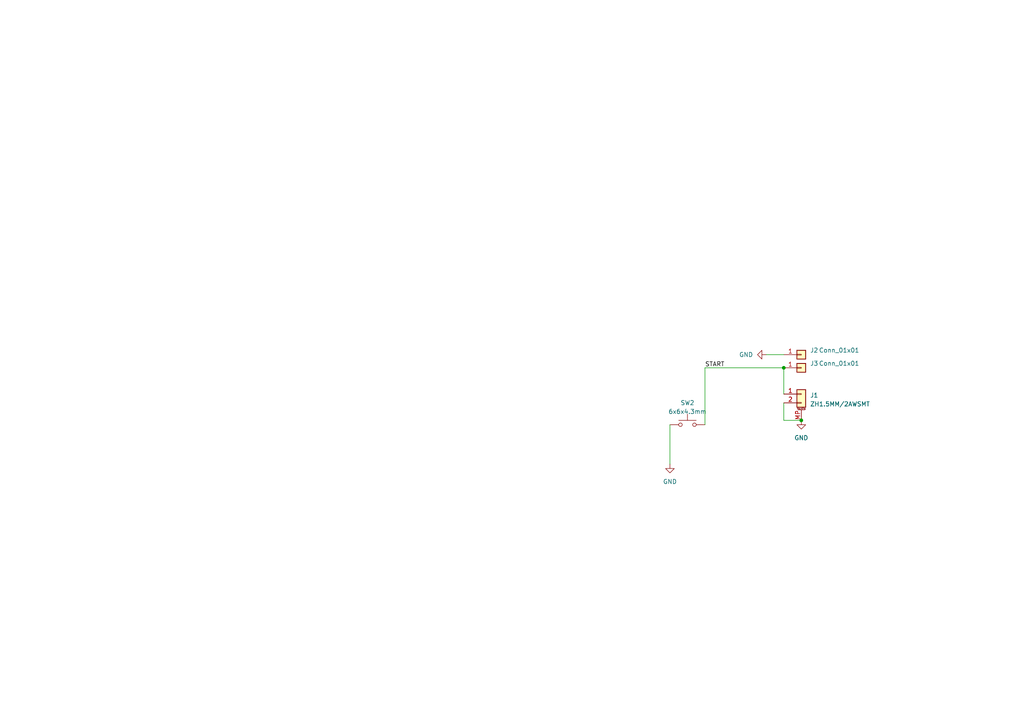
<source format=kicad_sch>
(kicad_sch (version 20230121) (generator eeschema)
  (paper "A4")
  (title_block (title "ECS-01-Switch") (date "2022-09-13") (rev "V0.1") (company "Timye"))
  (lib_symbols
    (symbol "Connector_Generic:Conn_01x01" (pin_names (offset 1.016) hide)
      (property "Reference" "J" (at 0 2.54 0))
      (property "Value" "Conn_01x01" (at 0 -2.54 0))
      (symbol "Conn_01x01_1_1"
        (rectangle (start -1.27 0.127) (end 0 -0.127) (stroke (width 0.1524)))
        (rectangle (start -1.27 1.27) (end 1.27 -1.27) (stroke (width 0.254)) (fill (type background)))
        (pin passive line (at -5.08 0 0) (length 3.81) (name "Pin_1") (number "1"))
      )
    )
    (symbol "Connector_Generic_MountingPin:Conn_01x02_MountingPin" (pin_names (offset 1.016) hide)
      (property "Reference" "J" (at 0 2.54 0))
      (property "Value" "Conn_01x02_MountingPin" (at 1.27 -5.08 0))
      (symbol "Conn_01x02_MountingPin_1_1"
        (rectangle (start -1.27 -2.413) (end 0 -2.667) (stroke (width 0.1524)))
        (rectangle (start -1.27 0.127) (end 0 -0.127) (stroke (width 0.1524)))
        (rectangle (start -1.27 1.27) (end 1.27 -3.81) (stroke (width 0.254)) (fill (type background)))
        (polyline (pts (xy -1.016 -4.572) (xy 1.016 -4.572)) (stroke (width 0.1524)))
        (text "Mounting" (at 0 -4.191 0) (effects (font (size 0.381 0.381))))
        (pin passive line (at -5.08 0 0) (length 3.81) (name "Pin_1") (number "1"))
        (pin passive line (at -5.08 -2.54 0) (length 3.81) (name "Pin_2") (number "2"))
        (pin passive line (at 0 -7.62 90) (length 3.048) (name "MountPin") (number "MP"))
      )
    )
    (symbol "Switch:SW_Push" (pin_numbers hide) (pin_names (offset 1.016) hide)
      (property "Reference" "SW" (at 1.27 2.54 0))
      (property "Value" "SW_Push" (at 0 -1.524 0))
      (symbol "SW_Push_0_1"
        (circle (center -2.032 0) (radius 0.508))
        (polyline (pts (xy 0 1.27) (xy 0 3.048)))
        (polyline (pts (xy 2.54 1.27) (xy -2.54 1.27)))
        (circle (center 2.032 0) (radius 0.508))
        (pin passive line (at -5.08 0 0) (length 2.54) (name "1") (number "1"))
        (pin passive line (at 5.08 0 180) (length 2.54) (name "2") (number "2"))
      )
    )
    (symbol "power:GND" (power) (pin_names (offset 0))
      (property "Value" "GND" (at 0 -3.81 0))
      (symbol "GND_0_1"
        (polyline (pts (xy 0 0) (xy 0 -1.27) (xy 1.27 -1.27) (xy 0 -2.54) (xy -1.27 -1.27) (xy 0 -1.27)))
      )
      (symbol "GND_1_1"
        (pin power_in line (at 0 0 270) (length 0) hide (name "GND") (number "1"))
      )
    )
  )
  (junction (at 232.41 121.92))
  (junction (at 227.33 106.68))
  (wire (pts (xy 204.47 106.68) (xy 204.47 123.19)))
  (wire (pts (xy 204.47 106.68) (xy 227.33 106.68)))
  (wire (pts (xy 227.33 121.92) (xy 232.41 121.92)))
  (wire (pts (xy 227.33 116.84) (xy 227.33 121.92)))
  (wire (pts (xy 194.31 123.19) (xy 194.31 134.62)))
  (wire (pts (xy 227.33 106.68) (xy 227.33 114.3)))
  (wire (pts (xy 222.25 102.87) (xy 227.33 102.87)))
  (label "START" (at 204.47 106.68 0))
  (symbol (lib_id "power:GND") (at 194.31 134.62 0) (unit 1)
    (property "Reference" "#PWR0102" (effects hide))
    (property "Value" "GND" (at 194.31 139.7 0))
  )
  (symbol (lib_id "power:GND") (at 232.41 121.92 0) (unit 1)
    (property "Reference" "#PWR0101" (effects hide))
    (property "Value" "GND" (at 232.41 127 0))
  )
  (symbol (lib_id "Connector_Generic:Conn_01x01") (at 232.41 106.68 0) (unit 1) (in_bom no)
    (property "Reference" "J3" (at 234.95 105.4099 0) (effects (justify left)))
    (property "Value" "Conn_01x01" (at 237.49 105.41 0) (effects (justify left)))
    (property "Footprint" "Connector_Wire:SolderWire-0.5sqmm_1x01_D0.9mm_OD2.1mm" (effects hide))
  )
  (symbol (lib_id "Connector_Generic:Conn_01x01") (at 232.41 102.87 0) (unit 1) (in_bom no)
    (property "Reference" "J2" (at 234.95 101.5999 0) (effects (justify left)))
    (property "Value" "Conn_01x01" (at 237.49 101.6 0) (effects (justify left)))
    (property "Footprint" "Connector_Wire:SolderWire-0.5sqmm_1x01_D0.9mm_OD2.1mm" (effects hide))
  )
  (symbol (lib_id "Connector_Generic_MountingPin:Conn_01x02_MountingPin") (at 232.41 114.3 0) (unit 1)
    (property "Reference" "J1" (at 234.95 114.6555 0) (effects (justify left)))
    (property "Value" "ZH1.5MM/2AWSMT" (at 234.95 117.1955 0) (effects (justify left)))
    (property "Footprint" "Ovo_Connector_JST:JST_ZH_S2B-ZR-SM4-TF_1x02-1MP_P1.50mm_Horizontal" (effects hide))
  )
  (symbol (lib_id "power:GND") (at 222.25 102.87 270) (unit 1)
    (property "Reference" "#PWR0104" (effects hide))
    (property "Value" "GND" (at 218.44 102.8699 90) (effects (justify right)))
  )
  (symbol (lib_id "Switch:SW_Push") (at 199.39 123.19 0) (unit 1)
    (property "Reference" "SW2" (at 199.39 116.84 0))
    (property "Value" "6x6x4.3mm" (at 199.39 119.38 0))
    (property "Footprint" "Button_Switch_SMD:SW_Push_1P1T_NO_6x6mm_H9.5mm" (effects hide))
  )
)
</source>
